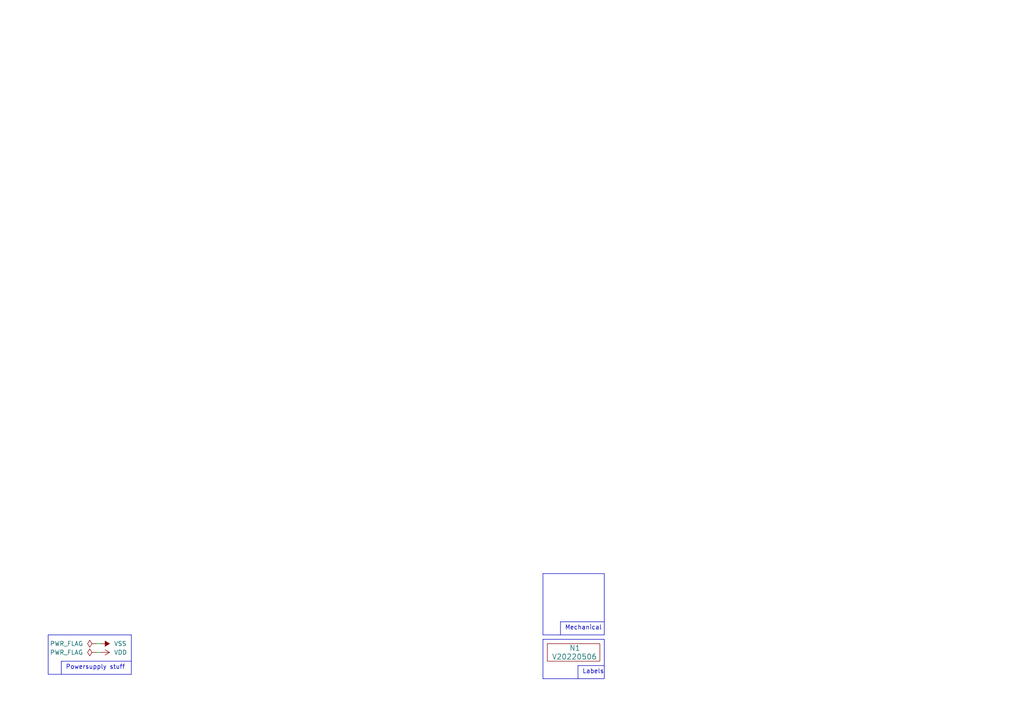
<source format=kicad_sch>
(kicad_sch (version 20230121) (generator eeschema)
  (paper "A4")
  (lib_symbols
    (symbol "SquantorLabels:VYYYYMMDD" (pin_names (offset 1.016))
      (property "Reference" "N" (at 0 2.54 0))
      (property "Value" "VYYYYMMDD" (at 0 0 0))
      (symbol "VYYYYMMDD_0_1"
        (rectangle (start 7.62 -1.27) (end -7.62 3.81))
      )
    )
    (symbol "power:PWR_FLAG" (power) (pin_numbers hide) (pin_names (offset 0) hide)
      (property "Value" "PWR_FLAG" (at 0 3.81 0))
      (symbol "PWR_FLAG_0_0"
        (pin power_out line (at 0 0 90) (length 0) (name "pwr") (number "1"))
      )
      (symbol "PWR_FLAG_0_1"
        (polyline (pts (xy 0 0) (xy 0 1.27) (xy -1.016 1.905) (xy 0 2.54) (xy 1.016 1.905) (xy 0 1.27)))
      )
    )
    (symbol "power:VDD" (power) (pin_names (offset 0))
      (property "Value" "VDD" (at 0 3.81 0))
      (symbol "VDD_0_1"
        (polyline (pts (xy -0.762 1.27) (xy 0 2.54)))
        (polyline (pts (xy 0 0) (xy 0 2.54)))
        (polyline (pts (xy 0 2.54) (xy 0.762 1.27)))
      )
      (symbol "VDD_1_1"
        (pin power_in line (at 0 0 90) (length 0) hide (name "VDD") (number "1"))
      )
    )
    (symbol "power:VSS" (power) (pin_names (offset 0))
      (property "Value" "VSS" (at 0 3.81 0))
      (symbol "VSS_0_1"
        (polyline (pts (xy 0 0) (xy 0 2.54)))
        (polyline (pts (xy 0.762 1.27) (xy -0.762 1.27) (xy 0 2.54) (xy 0.762 1.27)) (fill (type outline)))
      )
      (symbol "VSS_1_1"
        (pin power_in line (at 0 0 90) (length 0) hide (name "VSS") (number "1"))
      )
    )
  )
  (polyline (pts (xy 167.64 193.04) (xy 167.64 196.85)))
  (polyline (pts (xy 175.26 185.42) (xy 157.48 185.42)))
  (polyline (pts (xy 175.26 193.04) (xy 167.64 193.04)))
  (polyline (pts (xy 175.26 184.15) (xy 175.26 166.37)))
  (polyline (pts (xy 175.26 180.34) (xy 162.56 180.34)))
  (polyline (pts (xy 38.1 184.15) (xy 13.97 184.15)))
  (polyline (pts (xy 157.48 185.42) (xy 157.48 196.85)))
  (wire (pts (xy 27.94 186.69) (xy 29.21 186.69)))
  (polyline (pts (xy 157.48 184.15) (xy 175.26 184.15)))
  (polyline (pts (xy 38.1 191.77) (xy 17.78 191.77)))
  (polyline (pts (xy 162.56 180.34) (xy 162.56 184.15)))
  (polyline (pts (xy 157.48 196.85) (xy 175.26 196.85)))
  (polyline (pts (xy 175.26 196.85) (xy 175.26 185.42)))
  (polyline (pts (xy 13.97 184.15) (xy 13.97 195.58)))
  (polyline (pts (xy 13.97 195.58) (xy 38.1 195.58)))
  (wire (pts (xy 27.94 189.23) (xy 29.21 189.23)))
  (polyline (pts (xy 38.1 195.58) (xy 38.1 184.15)))
  (polyline (pts (xy 157.48 166.37) (xy 157.48 184.15)))
  (polyline (pts (xy 175.26 166.37) (xy 157.48 166.37)))
  (polyline (pts (xy 17.78 191.77) (xy 17.78 195.58)))
  (text "Labels" (at 168.91 195.58 0) (effects (font (size 1.27 1.27)) (justify left bottom)))
  (text "Powersupply stuff" (at 19.05 194.31 0) (effects (font (size 1.27 1.27)) (justify left bottom)))
  (text "Mechanical" (at 163.83 182.88 0) (effects (font (size 1.27 1.27)) (justify left bottom)))
  (symbol (lib_id "power:VDD") (at 29.21 189.23 270) (unit 1)
    (property "Reference" "#PWR0101" (effects hide))
    (property "Value" "VDD" (at 33.02 189.2299 90) (effects (justify left)))
  )
  (symbol (lib_id "power:VSS") (at 29.21 186.69 270) (unit 1)
    (property "Reference" "#PWR0102" (effects hide))
    (property "Value" "VSS" (at 33.02 186.6899 90) (effects (justify left)))
  )
  (symbol (lib_id "power:PWR_FLAG") (at 27.94 189.23 90) (unit 1)
    (property "Reference" "#FLG0102" (effects hide))
    (property "Value" "PWR_FLAG" (at 24.13 189.2299 90) (effects (justify left)))
  )
  (symbol (lib_id "power:PWR_FLAG") (at 27.94 186.69 90) (unit 1)
    (property "Reference" "#FLG0101" (effects hide))
    (property "Value" "PWR_FLAG" (at 24.13 186.6899 90) (effects (justify left)))
  )
  (symbol (lib_id "SquantorLabels:VYYYYMMDD") (at 166.37 190.5 0) (unit 1)
    (property "Reference" "N1" (at 165.1 187.96 0) (effects (font (size 1.524 1.524)) (justify left)))
    (property "Value" "V20220506" (at 160.02 190.5 0) (effects (font (size 1.524 1.524)) (justify left)))
    (property "Footprint" "SquantorLabels:Label_Generic" (effects hide))
  )
)
</source>
